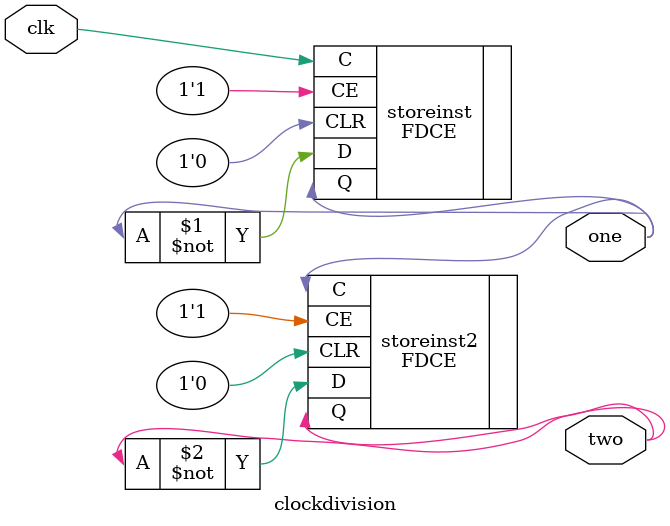
<source format=v>
`timescale 1ns / 1ps


module clockdivision(
output one,two,
input clk
    );
(*dont_touch = "TRUE" *) FDCE #(.INIT(1'b0)) storeinst(
        .Q(one),
        .C(clk),
        .CE(1'b1),
        .CLR(1'b0),
        .D(~one)
);

(*dont_touch = "TRUE" *) FDCE #(.INIT(1'b0)) storeinst2(
        .Q(two),
        .C(one),
        .CE(1'b1),
        .CLR(1'b0),
        .D(~two)
);
endmodule
</source>
